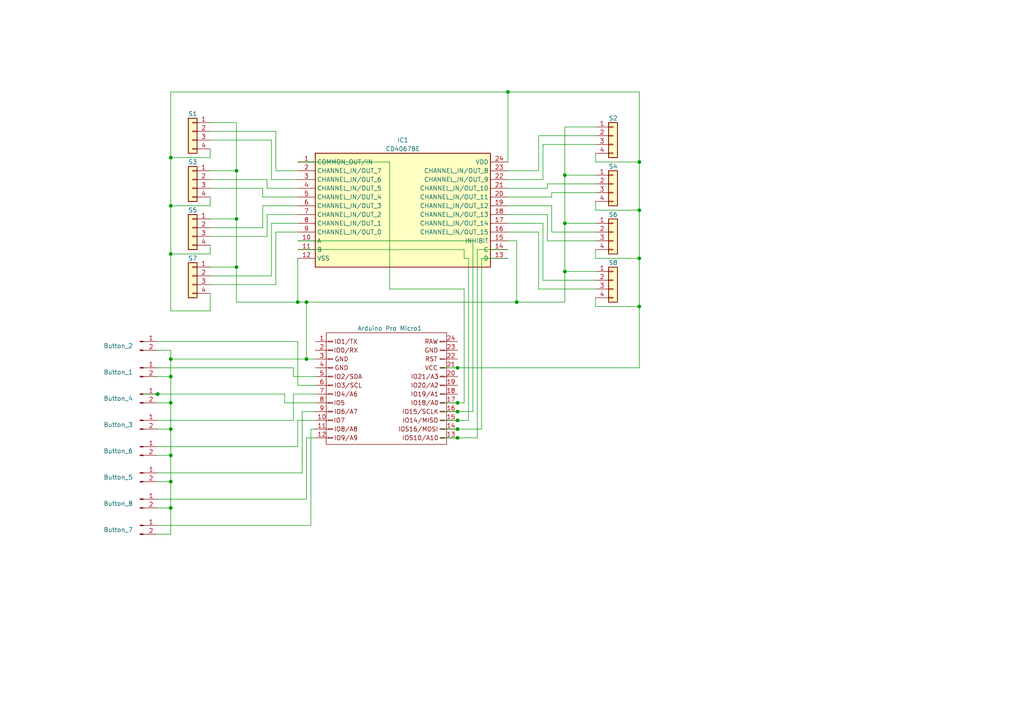
<source format=kicad_sch>
(kicad_sch (version 20230121) (generator eeschema)

  (uuid 60332dce-fb92-428e-8a83-79b83f79407e)

  (paper "A4")

  (lib_symbols
    (symbol "Conn_01x04_1" (pin_names (offset 1.016) hide) (in_bom yes) (on_board yes)
      (property "Reference" "J13" (at 0 -10.16 0)
        (effects (font (size 1.27 1.27)) hide)
      )
      (property "Value" "Sensors 1" (at 0 -7.62 0)
        (effects (font (size 1.27 1.27)))
      )
      (property "Footprint" "Connector_PinHeader_2.54mm:PinHeader_1x04_P2.54mm_Vertical" (at 1.27 6.35 0)
        (effects (font (size 1.27 1.27)) hide)
      )
      (property "Datasheet" "" (at 0 0 0)
        (effects (font (size 1.27 1.27)) hide)
      )
      (property "ki_keywords" "connector" (at 0 0 0)
        (effects (font (size 1.27 1.27)) hide)
      )
      (property "ki_description" "Generic connector, single row, 01x04, script generated (kicad-library-utils/schlib/autogen/connector/)" (at 0 0 0)
        (effects (font (size 1.27 1.27)) hide)
      )
      (property "ki_fp_filters" "Connector*:*_1x??_*" (at 0 0 0)
        (effects (font (size 1.27 1.27)) hide)
      )
      (symbol "Conn_01x04_1_1_1"
        (rectangle (start -1.27 -4.953) (end 0 -5.207)
          (stroke (width 0.1524) (type default))
          (fill (type none))
        )
        (rectangle (start -1.27 -2.413) (end 0 -2.667)
          (stroke (width 0.1524) (type default))
          (fill (type none))
        )
        (rectangle (start -1.27 0.127) (end 0 -0.127)
          (stroke (width 0.1524) (type default))
          (fill (type none))
        )
        (rectangle (start -1.27 2.667) (end 0 2.413)
          (stroke (width 0.1524) (type default))
          (fill (type none))
        )
        (rectangle (start -1.27 3.81) (end 1.27 -6.35)
          (stroke (width 0.254) (type default))
          (fill (type background))
        )
        (pin passive line (at -5.08 -5.08 0) (length 3.81)
          (name "Pin_4" (effects (font (size 1.27 1.27))))
          (number "1" (effects (font (size 1.27 1.27))))
        )
        (pin passive line (at -5.08 -2.54 0) (length 3.81)
          (name "Pin_3" (effects (font (size 1.27 1.27))))
          (number "2" (effects (font (size 1.27 1.27))))
        )
        (pin passive line (at -5.08 0 0) (length 3.81)
          (name "Pin_2" (effects (font (size 1.27 1.27))))
          (number "3" (effects (font (size 1.27 1.27))))
        )
        (pin passive line (at -5.08 2.54 0) (length 3.81)
          (name "Pin_1" (effects (font (size 1.27 1.27))))
          (number "4" (effects (font (size 1.27 1.27))))
        )
      )
    )
    (symbol "Connector:Conn_01x02_Pin" (pin_names (offset 1.016) hide) (in_bom yes) (on_board yes)
      (property "Reference" "J" (at 0 2.54 0)
        (effects (font (size 1.27 1.27)))
      )
      (property "Value" "Conn_01x02_Pin" (at 0 -5.08 0)
        (effects (font (size 1.27 1.27)))
      )
      (property "Footprint" "" (at 0 0 0)
        (effects (font (size 1.27 1.27)) hide)
      )
      (property "Datasheet" "~" (at 0 0 0)
        (effects (font (size 1.27 1.27)) hide)
      )
      (property "ki_locked" "" (at 0 0 0)
        (effects (font (size 1.27 1.27)))
      )
      (property "ki_keywords" "connector" (at 0 0 0)
        (effects (font (size 1.27 1.27)) hide)
      )
      (property "ki_description" "Generic connector, single row, 01x02, script generated" (at 0 0 0)
        (effects (font (size 1.27 1.27)) hide)
      )
      (property "ki_fp_filters" "Connector*:*_1x??_*" (at 0 0 0)
        (effects (font (size 1.27 1.27)) hide)
      )
      (symbol "Conn_01x02_Pin_1_1"
        (polyline
          (pts
            (xy 1.27 -2.54)
            (xy 0.8636 -2.54)
          )
          (stroke (width 0.1524) (type default))
          (fill (type none))
        )
        (polyline
          (pts
            (xy 1.27 0)
            (xy 0.8636 0)
          )
          (stroke (width 0.1524) (type default))
          (fill (type none))
        )
        (rectangle (start 0.8636 -2.413) (end 0 -2.667)
          (stroke (width 0.1524) (type default))
          (fill (type outline))
        )
        (rectangle (start 0.8636 0.127) (end 0 -0.127)
          (stroke (width 0.1524) (type default))
          (fill (type outline))
        )
        (pin passive line (at 5.08 0 180) (length 3.81)
          (name "Pin_1" (effects (font (size 1.27 1.27))))
          (number "1" (effects (font (size 1.27 1.27))))
        )
        (pin passive line (at 5.08 -2.54 180) (length 3.81)
          (name "Pin_2" (effects (font (size 1.27 1.27))))
          (number "2" (effects (font (size 1.27 1.27))))
        )
      )
    )
    (symbol "Connector_Generic:Conn_01x04" (pin_names (offset 1.016) hide) (in_bom yes) (on_board yes)
      (property "Reference" "J13" (at 0 -10.16 0)
        (effects (font (size 1.27 1.27)) hide)
      )
      (property "Value" "Sensors1" (at 0 -7.62 0)
        (effects (font (size 1.27 1.27)))
      )
      (property "Footprint" "Connector_PinHeader_2.54mm:PinHeader_1x04_P2.54mm_Vertical" (at 1.27 6.35 0)
        (effects (font (size 1.27 1.27)) hide)
      )
      (property "Datasheet" "" (at 0 0 0)
        (effects (font (size 1.27 1.27)) hide)
      )
      (property "ki_keywords" "connector" (at 0 0 0)
        (effects (font (size 1.27 1.27)) hide)
      )
      (property "ki_description" "Generic connector, single row, 01x04, script generated (kicad-library-utils/schlib/autogen/connector/)" (at 0 0 0)
        (effects (font (size 1.27 1.27)) hide)
      )
      (property "ki_fp_filters" "Connector*:*_1x??_*" (at 0 0 0)
        (effects (font (size 1.27 1.27)) hide)
      )
      (symbol "Conn_01x04_1_1"
        (rectangle (start -1.27 -4.953) (end 0 -5.207)
          (stroke (width 0.1524) (type default))
          (fill (type none))
        )
        (rectangle (start -1.27 -2.413) (end 0 -2.667)
          (stroke (width 0.1524) (type default))
          (fill (type none))
        )
        (rectangle (start -1.27 0.127) (end 0 -0.127)
          (stroke (width 0.1524) (type default))
          (fill (type none))
        )
        (rectangle (start -1.27 2.667) (end 0 2.413)
          (stroke (width 0.1524) (type default))
          (fill (type none))
        )
        (rectangle (start -1.27 3.81) (end 1.27 -6.35)
          (stroke (width 0.254) (type default))
          (fill (type background))
        )
        (pin passive line (at -5.08 2.54 0) (length 3.81)
          (name "Pin_1" (effects (font (size 1.27 1.27))))
          (number "1" (effects (font (size 1.27 1.27))))
        )
        (pin passive line (at -5.08 0 0) (length 3.81)
          (name "Pin_2" (effects (font (size 1.27 1.27))))
          (number "2" (effects (font (size 1.27 1.27))))
        )
        (pin passive line (at -5.08 -2.54 0) (length 3.81)
          (name "Pin_3" (effects (font (size 1.27 1.27))))
          (number "3" (effects (font (size 1.27 1.27))))
        )
        (pin passive line (at -5.08 -5.08 0) (length 3.81)
          (name "Pin_4" (effects (font (size 1.27 1.27))))
          (number "4" (effects (font (size 1.27 1.27))))
        )
      )
    )
    (symbol "Connector_Generic:Conn_02x12_Counter_Clockwise" (pin_names (offset 1.016) hide) (in_bom yes) (on_board yes)
      (property "Reference" "J1" (at 17.78 19.05 0)
        (effects (font (size 1.27 1.27)))
      )
      (property "Value" "Arduino Pro Micro" (at 17.78 16.51 0)
        (effects (font (size 1.27 1.27)))
      )
      (property "Footprint" "" (at 0 0 0)
        (effects (font (size 1.27 1.27)) hide)
      )
      (property "Datasheet" "~" (at 0 0 0)
        (effects (font (size 1.27 1.27)) hide)
      )
      (property "ki_keywords" "connector" (at 0 0 0)
        (effects (font (size 1.27 1.27)) hide)
      )
      (property "ki_description" "Generic connector, double row, 02x12, counter clockwise pin numbering scheme (similar to DIP package numbering), script generated (kicad-library-utils/schlib/autogen/connector/)" (at 0 0 0)
        (effects (font (size 1.27 1.27)) hide)
      )
      (property "ki_fp_filters" "Connector*:*_2x??_*" (at 0 0 0)
        (effects (font (size 1.27 1.27)) hide)
      )
      (symbol "Conn_02x12_Counter_Clockwise_0_1"
        (rectangle (start -1.905 15.24) (end 33.02 -17.145)
          (stroke (width 0) (type default))
          (fill (type none))
        )
      )
      (symbol "Conn_02x12_Counter_Clockwise_1_1"
        (rectangle (start -1.27 -15.113) (end 0 -15.367)
          (stroke (width 0.1524) (type default))
          (fill (type none))
        )
        (rectangle (start -1.27 -12.573) (end 0 -12.827)
          (stroke (width 0.1524) (type default))
          (fill (type none))
        )
        (rectangle (start -1.27 -10.033) (end 0 -10.287)
          (stroke (width 0.1524) (type default))
          (fill (type none))
        )
        (rectangle (start -1.27 -7.493) (end 0 -7.747)
          (stroke (width 0.1524) (type default))
          (fill (type none))
        )
        (rectangle (start -1.27 -4.953) (end 0 -5.207)
          (stroke (width 0.1524) (type default))
          (fill (type none))
        )
        (rectangle (start -1.27 -2.413) (end 0 -2.667)
          (stroke (width 0.1524) (type default))
          (fill (type none))
        )
        (rectangle (start -1.27 0.127) (end 0 -0.127)
          (stroke (width 0.1524) (type default))
          (fill (type none))
        )
        (rectangle (start -1.27 2.667) (end 0 2.413)
          (stroke (width 0.1524) (type default))
          (fill (type none))
        )
        (rectangle (start -1.27 5.207) (end 0 4.953)
          (stroke (width 0.1524) (type default))
          (fill (type none))
        )
        (rectangle (start -1.27 7.747) (end 0 7.493)
          (stroke (width 0.1524) (type default))
          (fill (type none))
        )
        (rectangle (start -1.27 10.287) (end 0 10.033)
          (stroke (width 0.1524) (type default))
          (fill (type none))
        )
        (rectangle (start -1.27 12.827) (end 0 12.573)
          (stroke (width 0.1524) (type default))
          (fill (type none))
        )
        (rectangle (start 32.385 -15.113) (end 31.115 -15.367)
          (stroke (width 0.1524) (type default))
          (fill (type none))
        )
        (rectangle (start 32.385 -12.573) (end 31.115 -12.827)
          (stroke (width 0.1524) (type default))
          (fill (type none))
        )
        (rectangle (start 32.385 -10.033) (end 31.115 -10.287)
          (stroke (width 0.1524) (type default))
          (fill (type none))
        )
        (rectangle (start 32.385 -7.493) (end 31.115 -7.747)
          (stroke (width 0.1524) (type default))
          (fill (type none))
        )
        (rectangle (start 32.385 -4.953) (end 31.115 -5.207)
          (stroke (width 0.1524) (type default))
          (fill (type none))
        )
        (rectangle (start 32.385 -2.413) (end 31.115 -2.667)
          (stroke (width 0.1524) (type default))
          (fill (type none))
        )
        (rectangle (start 32.385 0.127) (end 31.115 -0.127)
          (stroke (width 0.1524) (type default))
          (fill (type none))
        )
        (rectangle (start 32.385 2.667) (end 31.115 2.413)
          (stroke (width 0.1524) (type default))
          (fill (type none))
        )
        (rectangle (start 32.385 5.207) (end 31.115 4.953)
          (stroke (width 0.1524) (type default))
          (fill (type none))
        )
        (rectangle (start 32.385 7.747) (end 31.115 7.493)
          (stroke (width 0.1524) (type default))
          (fill (type none))
        )
        (rectangle (start 32.385 10.287) (end 31.115 10.033)
          (stroke (width 0.1524) (type default))
          (fill (type none))
        )
        (rectangle (start 32.385 12.827) (end 31.115 12.573)
          (stroke (width 0.1524) (type default))
          (fill (type none))
        )
        (text "GND" (at 2.54 5.08 0)
          (effects (font (size 1.27 1.27)))
        )
        (text "GND" (at 2.54 7.62 0)
          (effects (font (size 1.27 1.27)))
        )
        (text "GND" (at 28.575 10.16 0)
          (effects (font (size 1.27 1.27)))
        )
        (text "IO0/RX" (at 3.81 10.16 0)
          (effects (font (size 1.27 1.27)))
        )
        (text "IO1/TX" (at 3.81 12.7 0)
          (effects (font (size 1.27 1.27)))
        )
        (text "IO14/MISO" (at 25.4 -10.16 0)
          (effects (font (size 1.27 1.27)))
        )
        (text "IO15/SCLK" (at 25.4 -7.62 0)
          (effects (font (size 1.27 1.27)))
        )
        (text "IO18/A0" (at 26.67 -5.08 0)
          (effects (font (size 1.27 1.27)))
        )
        (text "IO19/A1" (at 26.67 -2.54 0)
          (effects (font (size 1.27 1.27)))
        )
        (text "IO2/SDA" (at 4.445 2.54 0)
          (effects (font (size 1.27 1.27)))
        )
        (text "IO20/A2" (at 26.67 0 0)
          (effects (font (size 1.27 1.27)))
        )
        (text "IO21/A3" (at 26.67 2.54 0)
          (effects (font (size 1.27 1.27)))
        )
        (text "IO3/SCL" (at 4.445 0 0)
          (effects (font (size 1.27 1.27)))
        )
        (text "IO4/A6" (at 3.81 -2.54 0)
          (effects (font (size 1.27 1.27)))
        )
        (text "IO5" (at 1.905 -5.08 0)
          (effects (font (size 1.27 1.27)))
        )
        (text "IO6/A7" (at 3.81 -7.62 0)
          (effects (font (size 1.27 1.27)))
        )
        (text "IO7" (at 1.905 -10.16 0)
          (effects (font (size 1.27 1.27)))
        )
        (text "IO8/A8" (at 3.81 -12.7 0)
          (effects (font (size 1.27 1.27)))
        )
        (text "IO9/A9" (at 3.81 -15.24 0)
          (effects (font (size 1.27 1.27)))
        )
        (text "IOS10/A10" (at 25.4 -15.24 0)
          (effects (font (size 1.27 1.27)))
        )
        (text "IOS16/MOSI" (at 24.765 -12.7 0)
          (effects (font (size 1.27 1.27)))
        )
        (text "RAW" (at 28.575 12.7 0)
          (effects (font (size 1.27 1.27)))
        )
        (text "RST" (at 28.575 7.62 0)
          (effects (font (size 1.27 1.27)))
        )
        (text "VCC" (at 28.575 5.08 0)
          (effects (font (size 1.27 1.27)))
        )
        (pin passive line (at -5.08 12.7 0) (length 3.81)
          (name "Pin_1" (effects (font (size 1.27 1.27))))
          (number "1" (effects (font (size 1.27 1.27))))
        )
        (pin passive line (at -5.08 -10.16 0) (length 3.81)
          (name "Pin_10" (effects (font (size 1.27 1.27))))
          (number "10" (effects (font (size 1.27 1.27))))
        )
        (pin passive line (at -5.08 -12.7 0) (length 3.81)
          (name "Pin_11" (effects (font (size 1.27 1.27))))
          (number "11" (effects (font (size 1.27 1.27))))
        )
        (pin passive line (at -5.08 -15.24 0) (length 3.81)
          (name "Pin_12" (effects (font (size 1.27 1.27))))
          (number "12" (effects (font (size 1.27 1.27))))
        )
        (pin passive line (at 36.195 -15.24 180) (length 3.81)
          (name "Pin_13" (effects (font (size 1.27 1.27))))
          (number "13" (effects (font (size 1.27 1.27))))
        )
        (pin passive line (at 36.195 -12.7 180) (length 3.81)
          (name "Pin_14" (effects (font (size 1.27 1.27))))
          (number "14" (effects (font (size 1.27 1.27))))
        )
        (pin passive line (at 36.195 -10.16 180) (length 3.81)
          (name "Pin_15" (effects (font (size 1.27 1.27))))
          (number "15" (effects (font (size 1.27 1.27))))
        )
        (pin passive line (at 36.195 -7.62 180) (length 3.81)
          (name "Pin_16" (effects (font (size 1.27 1.27))))
          (number "16" (effects (font (size 1.27 1.27))))
        )
        (pin passive line (at 36.195 -5.08 180) (length 3.81)
          (name "Pin_17" (effects (font (size 1.27 1.27))))
          (number "17" (effects (font (size 1.27 1.27))))
        )
        (pin passive line (at 36.195 -2.54 180) (length 3.81)
          (name "Pin_18" (effects (font (size 1.27 1.27))))
          (number "18" (effects (font (size 1.27 1.27))))
        )
        (pin passive line (at 36.195 0 180) (length 3.81)
          (name "Pin_19" (effects (font (size 1.27 1.27))))
          (number "19" (effects (font (size 1.27 1.27))))
        )
        (pin passive line (at -5.08 10.16 0) (length 3.81)
          (name "Pin_2" (effects (font (size 1.27 1.27))))
          (number "2" (effects (font (size 1.27 1.27))))
        )
        (pin passive line (at 36.195 2.54 180) (length 3.81)
          (name "Pin_20" (effects (font (size 1.27 1.27))))
          (number "20" (effects (font (size 1.27 1.27))))
        )
        (pin passive line (at 36.195 5.08 180) (length 3.81)
          (name "Pin_21" (effects (font (size 1.27 1.27))))
          (number "21" (effects (font (size 1.27 1.27))))
        )
        (pin passive line (at 36.195 7.62 180) (length 3.81)
          (name "Pin_22" (effects (font (size 1.27 1.27))))
          (number "22" (effects (font (size 1.27 1.27))))
        )
        (pin passive line (at 36.195 10.16 180) (length 3.81)
          (name "Pin_23" (effects (font (size 1.27 1.27))))
          (number "23" (effects (font (size 1.27 1.27))))
        )
        (pin passive line (at 36.195 12.7 180) (length 3.81)
          (name "Pin_24" (effects (font (size 1.27 1.27))))
          (number "24" (effects (font (size 1.27 1.27))))
        )
        (pin passive line (at -5.08 7.62 0) (length 3.81)
          (name "Pin_3" (effects (font (size 1.27 1.27))))
          (number "3" (effects (font (size 1.27 1.27))))
        )
        (pin passive line (at -5.08 5.08 0) (length 3.81)
          (name "Pin_4" (effects (font (size 1.27 1.27))))
          (number "4" (effects (font (size 1.27 1.27))))
        )
        (pin passive line (at -5.08 2.54 0) (length 3.81)
          (name "Pin_5" (effects (font (size 1.27 1.27))))
          (number "5" (effects (font (size 1.27 1.27))))
        )
        (pin passive line (at -5.08 0 0) (length 3.81)
          (name "Pin_6" (effects (font (size 1.27 1.27))))
          (number "6" (effects (font (size 1.27 1.27))))
        )
        (pin passive line (at -5.08 -2.54 0) (length 3.81)
          (name "Pin_7" (effects (font (size 1.27 1.27))))
          (number "7" (effects (font (size 1.27 1.27))))
        )
        (pin passive line (at -5.08 -5.08 0) (length 3.81)
          (name "Pin_8" (effects (font (size 1.27 1.27))))
          (number "8" (effects (font (size 1.27 1.27))))
        )
        (pin passive line (at -5.08 -7.62 0) (length 3.81)
          (name "Pin_9" (effects (font (size 1.27 1.27))))
          (number "9" (effects (font (size 1.27 1.27))))
        )
      )
    )
    (symbol "SamacSys_Parts:CD4067BE" (in_bom yes) (on_board yes)
      (property "Reference" "IC" (at 57.15 7.62 0)
        (effects (font (size 1.27 1.27)) (justify left top))
      )
      (property "Value" "CD4067BE" (at 57.15 5.08 0)
        (effects (font (size 1.27 1.27)) (justify left top))
      )
      (property "Footprint" "DIP1542W56P254L3175H491Q24N" (at 57.15 -94.92 0)
        (effects (font (size 1.27 1.27)) (justify left top) hide)
      )
      (property "Datasheet" "http://componentsearchengine.com/Datasheets/1/CD4067BE.pdf" (at 57.15 -194.92 0)
        (effects (font (size 1.27 1.27)) (justify left top) hide)
      )
      (property "Height" "4.91" (at 57.15 -394.92 0)
        (effects (font (size 1.27 1.27)) (justify left top) hide)
      )
      (property "Manufacturer_Name" "Texas Instruments" (at 57.15 -494.92 0)
        (effects (font (size 1.27 1.27)) (justify left top) hide)
      )
      (property "Manufacturer_Part_Number" "CD4067BE" (at 57.15 -594.92 0)
        (effects (font (size 1.27 1.27)) (justify left top) hide)
      )
      (property "Mouser Part Number" "595-CD4067BE" (at 57.15 -694.92 0)
        (effects (font (size 1.27 1.27)) (justify left top) hide)
      )
      (property "Mouser Price/Stock" "https://www.mouser.co.uk/ProductDetail/Texas-Instruments/CD4067BE?qs=WzgTT80quPFsW71D8TtzRA%3D%3D" (at 57.15 -794.92 0)
        (effects (font (size 1.27 1.27)) (justify left top) hide)
      )
      (property "Arrow Part Number" "CD4067BE" (at 57.15 -894.92 0)
        (effects (font (size 1.27 1.27)) (justify left top) hide)
      )
      (property "Arrow Price/Stock" "https://www.arrow.com/en/products/cd4067be/texas-instruments" (at 57.15 -994.92 0)
        (effects (font (size 1.27 1.27)) (justify left top) hide)
      )
      (property "ki_description" "MULTIPLEXERS AND DEMULTIPLEXERS" (at 0 0 0)
        (effects (font (size 1.27 1.27)) hide)
      )
      (symbol "CD4067BE_1_1"
        (rectangle (start 5.08 2.54) (end 55.88 -30.48)
          (stroke (width 0.254) (type default))
          (fill (type background))
        )
        (pin passive line (at 0 0 0) (length 5.08)
          (name "COMMON_OUT/IN" (effects (font (size 1.27 1.27))))
          (number "1" (effects (font (size 1.27 1.27))))
        )
        (pin passive line (at 0 -22.86 0) (length 5.08)
          (name "A" (effects (font (size 1.27 1.27))))
          (number "10" (effects (font (size 1.27 1.27))))
        )
        (pin passive line (at 0 -25.4 0) (length 5.08)
          (name "B" (effects (font (size 1.27 1.27))))
          (number "11" (effects (font (size 1.27 1.27))))
        )
        (pin passive line (at 0 -27.94 0) (length 5.08)
          (name "VSS" (effects (font (size 1.27 1.27))))
          (number "12" (effects (font (size 1.27 1.27))))
        )
        (pin passive line (at 60.96 -27.94 180) (length 5.08)
          (name "D" (effects (font (size 1.27 1.27))))
          (number "13" (effects (font (size 1.27 1.27))))
        )
        (pin passive line (at 60.96 -25.4 180) (length 5.08)
          (name "C" (effects (font (size 1.27 1.27))))
          (number "14" (effects (font (size 1.27 1.27))))
        )
        (pin passive line (at 60.96 -22.86 180) (length 5.08)
          (name "INHIBIT" (effects (font (size 1.27 1.27))))
          (number "15" (effects (font (size 1.27 1.27))))
        )
        (pin passive line (at 60.96 -20.32 180) (length 5.08)
          (name "CHANNEL_IN/OUT_15" (effects (font (size 1.27 1.27))))
          (number "16" (effects (font (size 1.27 1.27))))
        )
        (pin passive line (at 60.96 -17.78 180) (length 5.08)
          (name "CHANNEL_IN/OUT_14" (effects (font (size 1.27 1.27))))
          (number "17" (effects (font (size 1.27 1.27))))
        )
        (pin passive line (at 60.96 -15.24 180) (length 5.08)
          (name "CHANNEL_IN/OUT_13" (effects (font (size 1.27 1.27))))
          (number "18" (effects (font (size 1.27 1.27))))
        )
        (pin passive line (at 60.96 -12.7 180) (length 5.08)
          (name "CHANNEL_IN/OUT_12" (effects (font (size 1.27 1.27))))
          (number "19" (effects (font (size 1.27 1.27))))
        )
        (pin passive line (at 0 -2.54 0) (length 5.08)
          (name "CHANNEL_IN/OUT_7" (effects (font (size 1.27 1.27))))
          (number "2" (effects (font (size 1.27 1.27))))
        )
        (pin passive line (at 60.96 -10.16 180) (length 5.08)
          (name "CHANNEL_IN/OUT_11" (effects (font (size 1.27 1.27))))
          (number "20" (effects (font (size 1.27 1.27))))
        )
        (pin passive line (at 60.96 -7.62 180) (length 5.08)
          (name "CHANNEL_IN/OUT_10" (effects (font (size 1.27 1.27))))
          (number "21" (effects (font (size 1.27 1.27))))
        )
        (pin passive line (at 60.96 -5.08 180) (length 5.08)
          (name "CHANNEL_IN/OUT_9" (effects (font (size 1.27 1.27))))
          (number "22" (effects (font (size 1.27 1.27))))
        )
        (pin passive line (at 60.96 -2.54 180) (length 5.08)
          (name "CHANNEL_IN/OUT_8" (effects (font (size 1.27 1.27))))
          (number "23" (effects (font (size 1.27 1.27))))
        )
        (pin passive line (at 60.96 0 180) (length 5.08)
          (name "VDD" (effects (font (size 1.27 1.27))))
          (number "24" (effects (font (size 1.27 1.27))))
        )
        (pin passive line (at 0 -5.08 0) (length 5.08)
          (name "CHANNEL_IN/OUT_6" (effects (font (size 1.27 1.27))))
          (number "3" (effects (font (size 1.27 1.27))))
        )
        (pin passive line (at 0 -7.62 0) (length 5.08)
          (name "CHANNEL_IN/OUT_5" (effects (font (size 1.27 1.27))))
          (number "4" (effects (font (size 1.27 1.27))))
        )
        (pin passive line (at 0 -10.16 0) (length 5.08)
          (name "CHANNEL_IN/OUT_4" (effects (font (size 1.27 1.27))))
          (number "5" (effects (font (size 1.27 1.27))))
        )
        (pin passive line (at 0 -12.7 0) (length 5.08)
          (name "CHANNEL_IN/OUT_3" (effects (font (size 1.27 1.27))))
          (number "6" (effects (font (size 1.27 1.27))))
        )
        (pin passive line (at 0 -15.24 0) (length 5.08)
          (name "CHANNEL_IN/OUT_2" (effects (font (size 1.27 1.27))))
          (number "7" (effects (font (size 1.27 1.27))))
        )
        (pin passive line (at 0 -17.78 0) (length 5.08)
          (name "CHANNEL_IN/OUT_1" (effects (font (size 1.27 1.27))))
          (number "8" (effects (font (size 1.27 1.27))))
        )
        (pin passive line (at 0 -20.32 0) (length 5.08)
          (name "CHANNEL_IN/OUT_0" (effects (font (size 1.27 1.27))))
          (number "9" (effects (font (size 1.27 1.27))))
        )
      )
    )
  )

  (junction (at 185.42 46.99) (diameter 0) (color 0 0 0 0)
    (uuid 01182e02-3a72-47e8-bb3b-5ebad60156f0)
  )
  (junction (at 88.9 87.63) (diameter 0) (color 0 0 0 0)
    (uuid 099de41f-7785-4eb4-bcd6-818cade45c45)
  )
  (junction (at 149.86 87.63) (diameter 0) (color 0 0 0 0)
    (uuid 0ee5991f-ee22-457b-b8a3-713b1f1c3ce1)
  )
  (junction (at 49.53 109.22) (diameter 0) (color 0 0 0 0)
    (uuid 13586058-fb0c-430d-956f-ac612a36703d)
  )
  (junction (at 132.715 124.46) (diameter 0) (color 0 0 0 0)
    (uuid 20e2b885-eece-49f8-93ae-ed72353af0b3)
  )
  (junction (at 185.42 88.9) (diameter 0) (color 0 0 0 0)
    (uuid 228110a6-0dc6-4fb2-8e65-d4e1ecc9e43d)
  )
  (junction (at 49.53 73.66) (diameter 0) (color 0 0 0 0)
    (uuid 23870141-5f01-4ec5-8519-3b6326752a4b)
  )
  (junction (at 49.53 139.7) (diameter 0) (color 0 0 0 0)
    (uuid 2ff73717-3394-4b4c-9bf5-5992e18ffd05)
  )
  (junction (at 49.53 45.72) (diameter 0) (color 0 0 0 0)
    (uuid 3438e094-8790-4d34-85c5-4cd97362787f)
  )
  (junction (at 49.53 132.08) (diameter 0) (color 0 0 0 0)
    (uuid 391a9fcb-18b4-4bc6-8dbf-8011ad99d72f)
  )
  (junction (at 49.53 116.84) (diameter 0) (color 0 0 0 0)
    (uuid 3f9b23f6-648d-46d2-9e6f-e2f621476875)
  )
  (junction (at 68.58 49.53) (diameter 0) (color 0 0 0 0)
    (uuid 43a6a207-c726-4e2b-8a7a-f1af1e412214)
  )
  (junction (at 68.58 77.47) (diameter 0) (color 0 0 0 0)
    (uuid 4b81a843-0265-4833-bd60-afd022e3cb41)
  )
  (junction (at 132.715 127) (diameter 0) (color 0 0 0 0)
    (uuid 4decdd78-7a23-46fd-981e-5d63860d9890)
  )
  (junction (at 49.53 59.69) (diameter 0) (color 0 0 0 0)
    (uuid 67f90d16-8b6f-4dda-9140-323d9befd1b5)
  )
  (junction (at 163.83 50.8) (diameter 0) (color 0 0 0 0)
    (uuid 6b6160eb-c184-4c13-86a6-1afa1bbf9e72)
  )
  (junction (at 49.53 104.14) (diameter 0) (color 0 0 0 0)
    (uuid 6f4e76dd-148b-41c6-941d-812cfaa1129f)
  )
  (junction (at 147.32 26.67) (diameter 0) (color 0 0 0 0)
    (uuid 73d5a103-0926-4dff-b2b4-ef14028ee323)
  )
  (junction (at 132.715 121.92) (diameter 0) (color 0 0 0 0)
    (uuid 748d1d48-f1f5-44ff-a74f-bd6d8af001a7)
  )
  (junction (at 163.83 64.77) (diameter 0) (color 0 0 0 0)
    (uuid 7ccebaf5-5608-4354-aa73-2e35a69e7a48)
  )
  (junction (at 185.42 60.96) (diameter 0) (color 0 0 0 0)
    (uuid 81e2d777-c02a-4e36-b51a-74b55742d591)
  )
  (junction (at 132.715 119.38) (diameter 0) (color 0 0 0 0)
    (uuid 8aac9350-b3a1-4126-89a3-fddcfac01109)
  )
  (junction (at 49.53 124.46) (diameter 0) (color 0 0 0 0)
    (uuid 9bdb4978-f6e1-4ece-a590-5335833c4afc)
  )
  (junction (at 86.36 87.63) (diameter 0) (color 0 0 0 0)
    (uuid 9d49a7df-6480-4823-a92c-c61e60cf7fde)
  )
  (junction (at 185.42 74.93) (diameter 0) (color 0 0 0 0)
    (uuid a0f54c54-86cd-4728-b08e-9433257e0798)
  )
  (junction (at 132.715 116.84) (diameter 0) (color 0 0 0 0)
    (uuid a4671baa-457f-41ae-8a4e-274086dc41b2)
  )
  (junction (at 132.715 106.68) (diameter 0) (color 0 0 0 0)
    (uuid a942a276-d453-4222-bd30-09e332408833)
  )
  (junction (at 68.58 63.5) (diameter 0) (color 0 0 0 0)
    (uuid b6a24cd2-b39b-4377-8223-27d3ee0a32a8)
  )
  (junction (at 49.53 147.32) (diameter 0) (color 0 0 0 0)
    (uuid bd0933ba-57ab-4b68-b6a4-18d8e8f445c3)
  )
  (junction (at 88.9 104.14) (diameter 0) (color 0 0 0 0)
    (uuid ca708572-3c8a-4a24-b65c-37fbf81e7ffc)
  )
  (junction (at 45.72 114.3) (diameter 0) (color 0 0 0 0)
    (uuid da58d511-b3ff-4ffa-8d3f-cd8f8360ce99)
  )
  (junction (at 163.83 78.74) (diameter 0) (color 0 0 0 0)
    (uuid ee4005df-d694-4808-8349-a52672df6c83)
  )

  (wire (pts (xy 49.53 26.67) (xy 49.53 45.72))
    (stroke (width 0) (type default))
    (uuid 0010a69f-00e7-42a6-807a-d40ac9b9ea14)
  )
  (wire (pts (xy 132.715 106.68) (xy 185.42 106.68))
    (stroke (width 0) (type default))
    (uuid 01723e99-aee6-4837-ae54-c9630af23dbb)
  )
  (wire (pts (xy 80.01 67.31) (xy 86.36 67.31))
    (stroke (width 0) (type default))
    (uuid 028ac300-24b2-44d1-8fee-5326ff8cac7f)
  )
  (wire (pts (xy 45.72 109.22) (xy 49.53 109.22))
    (stroke (width 0) (type default))
    (uuid 032077be-d90d-4b23-a769-f1e45ff02de4)
  )
  (wire (pts (xy 86.36 99.06) (xy 86.36 111.76))
    (stroke (width 0) (type default))
    (uuid 04328c7b-bc14-4038-9235-c998bb03f82a)
  )
  (wire (pts (xy 60.96 43.18) (xy 60.96 45.72))
    (stroke (width 0) (type default))
    (uuid 050eff7c-b865-4aab-94bd-6a9e4a6e360d)
  )
  (wire (pts (xy 78.74 80.01) (xy 78.74 64.77))
    (stroke (width 0) (type default))
    (uuid 0652638e-f12b-49dd-a25e-7cf4987cc98c)
  )
  (wire (pts (xy 60.96 54.61) (xy 76.2 54.61))
    (stroke (width 0) (type default))
    (uuid 07f33aeb-a227-4aa1-8964-bbfac376370b)
  )
  (wire (pts (xy 163.83 64.77) (xy 163.83 50.8))
    (stroke (width 0) (type default))
    (uuid 08e5f6fa-1553-42b0-a400-4cc573283f88)
  )
  (wire (pts (xy 85.09 109.22) (xy 91.44 109.22))
    (stroke (width 0) (type default))
    (uuid 09082b83-03cd-48f2-b13c-a0894aaf1100)
  )
  (wire (pts (xy 156.21 67.31) (xy 147.32 67.31))
    (stroke (width 0) (type default))
    (uuid 0a32bad2-bff3-4449-ac7c-90b2cf485bdf)
  )
  (wire (pts (xy 113.03 46.99) (xy 86.36 46.99))
    (stroke (width 0) (type default))
    (uuid 0b8f48f9-d010-44fd-aa52-79cfd8336c1b)
  )
  (wire (pts (xy 156.21 83.82) (xy 156.21 67.31))
    (stroke (width 0) (type default))
    (uuid 0c68c154-0b7f-4935-a321-e17297c86000)
  )
  (wire (pts (xy 163.83 78.74) (xy 172.72 78.74))
    (stroke (width 0) (type default))
    (uuid 0e1c1e19-ebcc-4163-936c-cc5cd56eb86c)
  )
  (wire (pts (xy 134.62 116.84) (xy 134.62 83.82))
    (stroke (width 0) (type default))
    (uuid 0f2c8a4c-9163-4b7e-8e4d-784f868c3f64)
  )
  (wire (pts (xy 135.89 121.92) (xy 135.89 74.93))
    (stroke (width 0) (type default))
    (uuid 11949cef-b399-40f6-be07-8c09ed390145)
  )
  (wire (pts (xy 60.96 77.47) (xy 68.58 77.47))
    (stroke (width 0) (type default))
    (uuid 146ea030-689d-4cdb-8fd3-31367ea11ce9)
  )
  (wire (pts (xy 80.01 49.53) (xy 86.36 49.53))
    (stroke (width 0) (type default))
    (uuid 17cc43d2-94b3-4741-937f-fe33321c6cf7)
  )
  (wire (pts (xy 128.27 119.38) (xy 132.715 119.38))
    (stroke (width 0) (type default))
    (uuid 1875667a-2dfb-40b9-b4e8-94922d3a489d)
  )
  (wire (pts (xy 77.47 62.23) (xy 86.36 62.23))
    (stroke (width 0) (type default))
    (uuid 1914bce6-8058-4c4c-99cc-88c35fee42e4)
  )
  (wire (pts (xy 60.96 57.15) (xy 60.96 59.69))
    (stroke (width 0) (type default))
    (uuid 1b977903-898c-4176-a17b-9a7892c74a00)
  )
  (wire (pts (xy 49.53 124.46) (xy 49.53 132.08))
    (stroke (width 0) (type default))
    (uuid 1bec47cc-f759-434d-b07a-51b846eef4ad)
  )
  (wire (pts (xy 172.72 41.91) (xy 157.48 41.91))
    (stroke (width 0) (type default))
    (uuid 1cd21629-6491-4798-8f75-7cdfdedfc61b)
  )
  (wire (pts (xy 185.42 88.9) (xy 185.42 74.93))
    (stroke (width 0) (type default))
    (uuid 1d0cffa3-e1ad-44fe-8f22-80c24e50f077)
  )
  (wire (pts (xy 147.32 26.67) (xy 147.32 46.99))
    (stroke (width 0) (type default))
    (uuid 1e34ec0c-d665-4bf5-88e5-e6cd43abf70d)
  )
  (wire (pts (xy 172.72 60.96) (xy 185.42 60.96))
    (stroke (width 0) (type default))
    (uuid 1ebef1ea-4d3d-486a-805b-69e3ba6c262a)
  )
  (wire (pts (xy 157.48 52.07) (xy 147.32 52.07))
    (stroke (width 0) (type default))
    (uuid 201ed3ab-940e-43f6-ab04-8e4bd9fbe3a0)
  )
  (wire (pts (xy 86.36 129.54) (xy 86.36 121.92))
    (stroke (width 0) (type default))
    (uuid 21eb3101-5367-423b-8fec-c2bfb7029dd4)
  )
  (wire (pts (xy 78.74 52.07) (xy 86.36 52.07))
    (stroke (width 0) (type default))
    (uuid 2375f27a-4208-434b-a96a-b97d01021f64)
  )
  (wire (pts (xy 138.43 72.39) (xy 147.32 72.39))
    (stroke (width 0) (type default))
    (uuid 23e31bb4-a129-457c-bae0-237941e6181a)
  )
  (wire (pts (xy 68.58 63.5) (xy 68.58 77.47))
    (stroke (width 0) (type default))
    (uuid 23e7c48d-c217-42f9-85df-3d8ab5cd0e77)
  )
  (wire (pts (xy 49.53 101.6) (xy 49.53 104.14))
    (stroke (width 0) (type default))
    (uuid 26d0a1ca-54a1-4bbf-8d25-018ce002c285)
  )
  (wire (pts (xy 158.75 53.34) (xy 158.75 54.61))
    (stroke (width 0) (type default))
    (uuid 2c45e143-8ed5-433f-8b0b-eb6ae729d71a)
  )
  (wire (pts (xy 45.72 139.7) (xy 49.53 139.7))
    (stroke (width 0) (type default))
    (uuid 30d13936-fca0-44a7-983d-d31598228f54)
  )
  (wire (pts (xy 172.72 39.37) (xy 156.21 39.37))
    (stroke (width 0) (type default))
    (uuid 3163e8df-57fc-4f2c-a4f7-a198e0f2eb15)
  )
  (wire (pts (xy 45.72 132.08) (xy 49.53 132.08))
    (stroke (width 0) (type default))
    (uuid 338ac5e3-3168-4cbf-a2f3-d1027cc3350d)
  )
  (wire (pts (xy 172.72 74.93) (xy 185.42 74.93))
    (stroke (width 0) (type default))
    (uuid 33a9a74b-b1a4-4048-847e-93c3dec14e34)
  )
  (wire (pts (xy 60.96 63.5) (xy 68.58 63.5))
    (stroke (width 0) (type default))
    (uuid 351d0262-a365-463c-b652-f5d409791f94)
  )
  (wire (pts (xy 172.72 58.42) (xy 172.72 60.96))
    (stroke (width 0) (type default))
    (uuid 35b733d5-4fba-45ac-a5d1-d3c5c40e4c06)
  )
  (wire (pts (xy 49.53 73.66) (xy 49.53 90.17))
    (stroke (width 0) (type default))
    (uuid 388f55ce-1854-4b95-9eb2-556e1e476f54)
  )
  (wire (pts (xy 76.2 59.69) (xy 86.36 59.69))
    (stroke (width 0) (type default))
    (uuid 39f99268-b6b3-4536-815d-d2e2734ff48e)
  )
  (wire (pts (xy 172.72 81.28) (xy 157.48 81.28))
    (stroke (width 0) (type default))
    (uuid 3ab71ef4-5709-4b19-9315-009de6ac1573)
  )
  (wire (pts (xy 172.72 86.36) (xy 172.72 88.9))
    (stroke (width 0) (type default))
    (uuid 3b5384bb-0939-4e9c-ac83-d6861d2a429a)
  )
  (wire (pts (xy 60.96 68.58) (xy 77.47 68.58))
    (stroke (width 0) (type default))
    (uuid 3c5ccc49-abe5-4570-9d27-04fc39f375af)
  )
  (wire (pts (xy 147.32 26.67) (xy 49.53 26.67))
    (stroke (width 0) (type default))
    (uuid 3f06cb2c-ddab-429c-bf16-9e2ae36fa4cf)
  )
  (wire (pts (xy 156.21 49.53) (xy 147.32 49.53))
    (stroke (width 0) (type default))
    (uuid 3fe7e815-b8c1-4231-bac1-894207f53051)
  )
  (wire (pts (xy 49.53 73.66) (xy 60.96 73.66))
    (stroke (width 0) (type default))
    (uuid 3ff62f6e-ae37-42a4-ae8b-f5f2a96df1a4)
  )
  (wire (pts (xy 147.32 69.85) (xy 149.86 69.85))
    (stroke (width 0) (type default))
    (uuid 409df6ed-9ce2-45d6-8037-567253a0646b)
  )
  (wire (pts (xy 88.9 104.14) (xy 91.44 104.14))
    (stroke (width 0) (type default))
    (uuid 435d0785-925f-49db-b1c1-6a64bb4c1b01)
  )
  (wire (pts (xy 77.47 54.61) (xy 86.36 54.61))
    (stroke (width 0) (type default))
    (uuid 4503e312-0289-4b8b-b752-210c4f5da978)
  )
  (wire (pts (xy 68.58 87.63) (xy 86.36 87.63))
    (stroke (width 0) (type default))
    (uuid 45d34bb3-3c78-4b0f-9a14-740d0ee0dcad)
  )
  (wire (pts (xy 128.27 116.84) (xy 132.715 116.84))
    (stroke (width 0) (type default))
    (uuid 480e9107-37e3-47cf-88b4-700015b1152a)
  )
  (wire (pts (xy 49.53 59.69) (xy 49.53 73.66))
    (stroke (width 0) (type default))
    (uuid 4ec107ec-5457-44e9-af64-f5ce4fdd3461)
  )
  (wire (pts (xy 45.72 144.78) (xy 88.9 144.78))
    (stroke (width 0) (type default))
    (uuid 4f91b0f9-c679-4ef2-85d9-76b6bacfd48a)
  )
  (wire (pts (xy 49.53 116.84) (xy 49.53 124.46))
    (stroke (width 0) (type default))
    (uuid 53be7b72-2cfa-493d-8ad1-d43a826dc49c)
  )
  (wire (pts (xy 76.2 54.61) (xy 76.2 57.15))
    (stroke (width 0) (type default))
    (uuid 53ed30a8-9826-4e2d-abb1-396bb6aafacb)
  )
  (wire (pts (xy 172.72 83.82) (xy 156.21 83.82))
    (stroke (width 0) (type default))
    (uuid 54339a8f-c36d-4f03-9902-9fe7f4d77b2e)
  )
  (wire (pts (xy 158.75 54.61) (xy 147.32 54.61))
    (stroke (width 0) (type default))
    (uuid 54983b51-09ab-46fc-b034-ceb3b0ea9488)
  )
  (wire (pts (xy 163.83 50.8) (xy 163.83 36.83))
    (stroke (width 0) (type default))
    (uuid 56d1a55e-d596-41b7-8613-7e0bcc46471d)
  )
  (wire (pts (xy 60.96 45.72) (xy 49.53 45.72))
    (stroke (width 0) (type default))
    (uuid 597f9d7e-027a-49c3-8213-113bcde2ddbb)
  )
  (wire (pts (xy 132.715 119.38) (xy 137.16 119.38))
    (stroke (width 0) (type default))
    (uuid 5a800424-4464-420f-b10a-a34ffb824779)
  )
  (wire (pts (xy 172.72 72.39) (xy 172.72 74.93))
    (stroke (width 0) (type default))
    (uuid 5adaa82a-0be6-4285-88f4-a836a8d0c342)
  )
  (wire (pts (xy 163.83 36.83) (xy 172.72 36.83))
    (stroke (width 0) (type default))
    (uuid 5bfac21f-2a4f-4735-bfd3-1e4cd328dfad)
  )
  (wire (pts (xy 137.16 119.38) (xy 137.16 69.85))
    (stroke (width 0) (type default))
    (uuid 5d2e63dd-bacd-4e98-93bd-95499efe5d31)
  )
  (wire (pts (xy 45.72 152.4) (xy 90.17 152.4))
    (stroke (width 0) (type default))
    (uuid 5d880d75-afea-4737-b8c9-44de96a3cb57)
  )
  (wire (pts (xy 49.53 109.22) (xy 49.53 116.84))
    (stroke (width 0) (type default))
    (uuid 5e6b30f4-7046-4b22-9331-a5749ccbbd9b)
  )
  (wire (pts (xy 45.72 114.3) (xy 82.55 114.3))
    (stroke (width 0) (type default))
    (uuid 5fa3f1aa-7842-4963-a2b8-da1ec69a94e6)
  )
  (wire (pts (xy 80.01 38.1) (xy 80.01 49.53))
    (stroke (width 0) (type default))
    (uuid 604c1100-27ea-489e-b4a6-6139d7cbf3fd)
  )
  (wire (pts (xy 87.63 119.38) (xy 91.44 119.38))
    (stroke (width 0) (type default))
    (uuid 60e61f4c-e6dc-42eb-8fc3-22f9ae8f67b9)
  )
  (wire (pts (xy 132.715 127) (xy 138.43 127))
    (stroke (width 0) (type default))
    (uuid 61736cf6-e41a-4c6b-a6dd-70912829988b)
  )
  (wire (pts (xy 128.27 127) (xy 132.715 127))
    (stroke (width 0) (type default))
    (uuid 6244f370-7e13-4b22-97da-c47ed2f33313)
  )
  (wire (pts (xy 90.17 152.4) (xy 90.17 124.46))
    (stroke (width 0) (type default))
    (uuid 645e35d5-c395-4047-bd23-1ef765253180)
  )
  (wire (pts (xy 78.74 64.77) (xy 86.36 64.77))
    (stroke (width 0) (type default))
    (uuid 64d8096f-f357-4974-9178-7aa838f1c171)
  )
  (wire (pts (xy 149.86 69.85) (xy 149.86 87.63))
    (stroke (width 0) (type default))
    (uuid 672a635b-6ea7-4ad1-bff7-d616e01e9d42)
  )
  (wire (pts (xy 76.2 66.04) (xy 76.2 59.69))
    (stroke (width 0) (type default))
    (uuid 67c1ce53-975a-4ac1-a39d-01edc29d1cb4)
  )
  (wire (pts (xy 45.72 101.6) (xy 49.53 101.6))
    (stroke (width 0) (type default))
    (uuid 6aac3f81-c063-4478-96ad-afac8ddafdbf)
  )
  (wire (pts (xy 113.03 46.99) (xy 113.03 83.82))
    (stroke (width 0) (type default))
    (uuid 6b685744-0a77-46a4-a19a-b011d2d2291d)
  )
  (wire (pts (xy 139.7 74.93) (xy 147.32 74.93))
    (stroke (width 0) (type default))
    (uuid 6d36ae7a-017b-40c9-a93d-fba853fc36b5)
  )
  (wire (pts (xy 60.96 59.69) (xy 49.53 59.69))
    (stroke (width 0) (type default))
    (uuid 6d9bd30d-7fca-47ca-aacf-b5eab10bf122)
  )
  (wire (pts (xy 163.83 87.63) (xy 163.83 78.74))
    (stroke (width 0) (type default))
    (uuid 6edd54e1-481d-47c2-9a0b-c6aea9dc5548)
  )
  (wire (pts (xy 60.96 80.01) (xy 78.74 80.01))
    (stroke (width 0) (type default))
    (uuid 6fec188f-942c-4844-9374-11a4009388a9)
  )
  (wire (pts (xy 132.715 116.84) (xy 134.62 116.84))
    (stroke (width 0) (type default))
    (uuid 705809a3-0de8-46bc-a9f9-7d6ab2312ed3)
  )
  (wire (pts (xy 135.89 74.93) (xy 134.62 74.93))
    (stroke (width 0) (type default))
    (uuid 71fa0eba-59c9-4b61-918f-da1b7fd03d58)
  )
  (wire (pts (xy 157.48 41.91) (xy 157.48 52.07))
    (stroke (width 0) (type default))
    (uuid 72115b55-781b-493c-a06f-e9372665fb03)
  )
  (wire (pts (xy 157.48 81.28) (xy 157.48 64.77))
    (stroke (width 0) (type default))
    (uuid 740bb284-e58a-4d76-bdc1-ae5e168eaac7)
  )
  (wire (pts (xy 60.96 40.64) (xy 78.74 40.64))
    (stroke (width 0) (type default))
    (uuid 74263161-2cf4-4bcf-b07c-c026edddfe56)
  )
  (wire (pts (xy 157.48 64.77) (xy 147.32 64.77))
    (stroke (width 0) (type default))
    (uuid 744e52b7-49e6-474d-bda9-1550ed5dd810)
  )
  (wire (pts (xy 160.02 55.88) (xy 160.02 57.15))
    (stroke (width 0) (type default))
    (uuid 7535c815-efa8-4139-b85b-99079c455c91)
  )
  (wire (pts (xy 45.72 147.32) (xy 49.53 147.32))
    (stroke (width 0) (type default))
    (uuid 77e39541-441f-4e21-a146-033bbba56344)
  )
  (wire (pts (xy 60.96 66.04) (xy 76.2 66.04))
    (stroke (width 0) (type default))
    (uuid 77f44057-490f-4806-841d-49bc399f6f93)
  )
  (wire (pts (xy 185.42 26.67) (xy 147.32 26.67))
    (stroke (width 0) (type default))
    (uuid 785716e7-aa0d-4b71-ac06-643d4b057a51)
  )
  (wire (pts (xy 172.72 44.45) (xy 172.72 46.99))
    (stroke (width 0) (type default))
    (uuid 7e683fc8-3f5b-4e39-8cba-bd046141016c)
  )
  (wire (pts (xy 85.09 106.68) (xy 85.09 109.22))
    (stroke (width 0) (type default))
    (uuid 8126a2b4-c5bd-46ff-bf9d-6627a53d78e7)
  )
  (wire (pts (xy 172.72 88.9) (xy 185.42 88.9))
    (stroke (width 0) (type default))
    (uuid 854304c2-1733-4502-857c-39cd9304b44a)
  )
  (wire (pts (xy 60.96 38.1) (xy 80.01 38.1))
    (stroke (width 0) (type default))
    (uuid 8551ce7d-ff7c-462b-97cb-dc3c79688d63)
  )
  (wire (pts (xy 77.47 68.58) (xy 77.47 62.23))
    (stroke (width 0) (type default))
    (uuid 85c93d59-37b4-4fd8-94bf-5a33f432a722)
  )
  (wire (pts (xy 86.36 121.92) (xy 91.44 121.92))
    (stroke (width 0) (type default))
    (uuid 88550cb0-0d0f-467c-bd87-622cd04d499f)
  )
  (wire (pts (xy 45.72 137.16) (xy 87.63 137.16))
    (stroke (width 0) (type default))
    (uuid 893a8f32-de8c-4c09-bc60-04f3ab49511e)
  )
  (wire (pts (xy 45.72 124.46) (xy 49.53 124.46))
    (stroke (width 0) (type default))
    (uuid 8df5ea28-9a23-459a-8617-b20b7107c76b)
  )
  (wire (pts (xy 172.72 53.34) (xy 158.75 53.34))
    (stroke (width 0) (type default))
    (uuid 8e1f2fbf-bc23-46e5-b017-bf76c7c60df0)
  )
  (wire (pts (xy 134.62 74.93) (xy 134.62 72.39))
    (stroke (width 0) (type default))
    (uuid 943fe870-1544-457b-8f4c-81b17254baa2)
  )
  (wire (pts (xy 68.58 77.47) (xy 68.58 87.63))
    (stroke (width 0) (type default))
    (uuid 954f1334-273a-4b2f-81c5-e4c53760d572)
  )
  (wire (pts (xy 132.715 121.92) (xy 135.89 121.92))
    (stroke (width 0) (type default))
    (uuid 9581ed3b-f292-44c7-9013-4dae2d11db86)
  )
  (wire (pts (xy 138.43 127) (xy 138.43 72.39))
    (stroke (width 0) (type default))
    (uuid 991bb390-8437-4e3d-99cb-cf063d519627)
  )
  (wire (pts (xy 134.62 83.82) (xy 113.03 83.82))
    (stroke (width 0) (type default))
    (uuid 9984cc9c-a572-450e-b826-18ce39d17ead)
  )
  (wire (pts (xy 172.72 55.88) (xy 160.02 55.88))
    (stroke (width 0) (type default))
    (uuid 9a82ddd6-825d-46fb-8fb7-01304bc08038)
  )
  (wire (pts (xy 86.36 111.76) (xy 91.44 111.76))
    (stroke (width 0) (type default))
    (uuid 9dd56bd9-7838-4a81-be3e-ad91da800f8a)
  )
  (wire (pts (xy 60.96 82.55) (xy 80.01 82.55))
    (stroke (width 0) (type default))
    (uuid 9ec57bc6-e229-4d99-baff-515c1600bbc4)
  )
  (wire (pts (xy 68.58 35.56) (xy 68.58 49.53))
    (stroke (width 0) (type default))
    (uuid a084c65d-7499-4b30-a939-1338c3038056)
  )
  (wire (pts (xy 88.9 144.78) (xy 88.9 127))
    (stroke (width 0) (type default))
    (uuid a20c6f45-ac0d-4c1c-a97a-84caeb5bcedd)
  )
  (wire (pts (xy 172.72 69.85) (xy 158.75 69.85))
    (stroke (width 0) (type default))
    (uuid a48bdf26-6941-4f8b-88a4-dcfb775b7ed8)
  )
  (wire (pts (xy 160.02 57.15) (xy 147.32 57.15))
    (stroke (width 0) (type default))
    (uuid a52faedd-a14f-4001-a0e6-7d5fd3cbf844)
  )
  (wire (pts (xy 163.83 50.8) (xy 172.72 50.8))
    (stroke (width 0) (type default))
    (uuid a59f26f3-27fe-45bb-82fe-66bd05b69955)
  )
  (wire (pts (xy 45.72 106.68) (xy 85.09 106.68))
    (stroke (width 0) (type default))
    (uuid a7b31c80-84c7-443b-b379-eb161d8ed8f9)
  )
  (wire (pts (xy 86.36 87.63) (xy 88.9 87.63))
    (stroke (width 0) (type default))
    (uuid a8c67362-dd2c-45aa-b72e-cba8e2b85256)
  )
  (wire (pts (xy 134.62 72.39) (xy 86.36 72.39))
    (stroke (width 0) (type default))
    (uuid a97d9c2d-89ec-4708-8ee1-ed350d669905)
  )
  (wire (pts (xy 68.58 49.53) (xy 68.58 63.5))
    (stroke (width 0) (type default))
    (uuid ae6273de-9a0e-4367-b463-197a8c399bc3)
  )
  (wire (pts (xy 82.55 114.3) (xy 82.55 116.84))
    (stroke (width 0) (type default))
    (uuid ae90db23-9721-4372-8be7-554c751f4f47)
  )
  (wire (pts (xy 128.27 106.68) (xy 132.715 106.68))
    (stroke (width 0) (type default))
    (uuid b0d52d4d-0983-4677-992b-c957d8307b2f)
  )
  (wire (pts (xy 49.53 147.32) (xy 49.53 154.94))
    (stroke (width 0) (type default))
    (uuid b1452cd7-d231-4133-bb53-e475d05a630e)
  )
  (wire (pts (xy 49.53 154.94) (xy 45.72 154.94))
    (stroke (width 0) (type default))
    (uuid b5a49451-af9c-4251-8fa2-71102b1606a2)
  )
  (wire (pts (xy 149.86 87.63) (xy 163.83 87.63))
    (stroke (width 0) (type default))
    (uuid b87da6c6-2d5a-49b0-8de3-e6b5f643b590)
  )
  (wire (pts (xy 60.96 73.66) (xy 60.96 71.12))
    (stroke (width 0) (type default))
    (uuid b960a857-7952-480c-9e2a-180ff459dacb)
  )
  (wire (pts (xy 163.83 64.77) (xy 172.72 64.77))
    (stroke (width 0) (type default))
    (uuid b9e2abe6-44e2-4fdc-aef2-9407b3976081)
  )
  (wire (pts (xy 49.53 104.14) (xy 49.53 109.22))
    (stroke (width 0) (type default))
    (uuid b9f7f8f9-4c97-472a-bcc7-d1f414847474)
  )
  (wire (pts (xy 160.02 59.69) (xy 147.32 59.69))
    (stroke (width 0) (type default))
    (uuid bbd1697c-063e-4cd8-9c26-0749ca614ca1)
  )
  (wire (pts (xy 185.42 46.99) (xy 185.42 26.67))
    (stroke (width 0) (type default))
    (uuid be7f6ced-99df-4936-b3c7-8e81c2a2c46b)
  )
  (wire (pts (xy 156.21 39.37) (xy 156.21 49.53))
    (stroke (width 0) (type default))
    (uuid be81ee81-0c4e-447c-90f2-2d7bff2414d1)
  )
  (wire (pts (xy 45.72 129.54) (xy 86.36 129.54))
    (stroke (width 0) (type default))
    (uuid bf8605cb-4313-48d3-9e50-47fb51806193)
  )
  (wire (pts (xy 76.2 57.15) (xy 86.36 57.15))
    (stroke (width 0) (type default))
    (uuid c0aa9dd1-5dd2-448e-9a82-50960bf4f09e)
  )
  (wire (pts (xy 85.09 121.92) (xy 85.09 114.3))
    (stroke (width 0) (type default))
    (uuid c28ee2c5-229f-4a0c-975e-0a9cd306f9f1)
  )
  (wire (pts (xy 45.72 99.06) (xy 86.36 99.06))
    (stroke (width 0) (type default))
    (uuid c2d72a70-a594-42a1-9c31-5ef22200f337)
  )
  (wire (pts (xy 139.7 124.46) (xy 139.7 74.93))
    (stroke (width 0) (type default))
    (uuid c449c71f-13fd-4566-b89a-60528ed7dbd7)
  )
  (wire (pts (xy 185.42 106.68) (xy 185.42 88.9))
    (stroke (width 0) (type default))
    (uuid c526e65e-ab79-4269-b176-2f74db59e79e)
  )
  (wire (pts (xy 82.55 116.84) (xy 91.44 116.84))
    (stroke (width 0) (type default))
    (uuid c7141371-4a9d-4718-b7ad-48a87e617422)
  )
  (wire (pts (xy 88.9 87.63) (xy 88.9 104.14))
    (stroke (width 0) (type default))
    (uuid c798925d-87b1-4f31-9903-18b8f7c7336f)
  )
  (wire (pts (xy 60.96 49.53) (xy 68.58 49.53))
    (stroke (width 0) (type default))
    (uuid c82ac7e1-cf36-4643-8540-4f7e6c6ca23a)
  )
  (wire (pts (xy 87.63 137.16) (xy 87.63 119.38))
    (stroke (width 0) (type default))
    (uuid cba867c7-7179-4ea8-9122-c27bd5ceb146)
  )
  (wire (pts (xy 128.27 121.92) (xy 132.715 121.92))
    (stroke (width 0) (type default))
    (uuid ccbc54e3-5655-4490-b116-38a67bf2fde1)
  )
  (wire (pts (xy 49.53 139.7) (xy 49.53 147.32))
    (stroke (width 0) (type default))
    (uuid cdadfd70-f61a-4f0f-9989-5e88d93eafe7)
  )
  (wire (pts (xy 45.72 116.84) (xy 49.53 116.84))
    (stroke (width 0) (type default))
    (uuid cdca8628-62a7-4cf2-8281-4a93012e607c)
  )
  (wire (pts (xy 158.75 69.85) (xy 158.75 62.23))
    (stroke (width 0) (type default))
    (uuid ce64555c-45fa-4439-9bdf-2b4ec1134e92)
  )
  (wire (pts (xy 88.9 87.63) (xy 149.86 87.63))
    (stroke (width 0) (type default))
    (uuid d3bd51c0-0a55-45f1-9d91-4f812ba3c980)
  )
  (wire (pts (xy 172.72 67.31) (xy 160.02 67.31))
    (stroke (width 0) (type default))
    (uuid d42c7fa3-48f1-4a33-8299-99090ab1377d)
  )
  (wire (pts (xy 78.74 40.64) (xy 78.74 52.07))
    (stroke (width 0) (type default))
    (uuid d749abf9-d89e-404f-a7e9-e22c0b8678ef)
  )
  (wire (pts (xy 77.47 52.07) (xy 77.47 54.61))
    (stroke (width 0) (type default))
    (uuid d7e2cfa4-79c0-4408-b078-49c3d474381a)
  )
  (wire (pts (xy 163.83 78.74) (xy 163.83 64.77))
    (stroke (width 0) (type default))
    (uuid da5d9f92-af92-4f19-87e2-e1fc4c959b5b)
  )
  (wire (pts (xy 49.53 132.08) (xy 49.53 139.7))
    (stroke (width 0) (type default))
    (uuid db5354d4-b8a7-498a-ab83-013bc485f4d6)
  )
  (wire (pts (xy 185.42 74.93) (xy 185.42 60.96))
    (stroke (width 0) (type default))
    (uuid dbdde0b1-30f8-4ea4-a906-4dc2a94ef9f7)
  )
  (wire (pts (xy 86.36 69.85) (xy 137.16 69.85))
    (stroke (width 0) (type default))
    (uuid dc29ab79-b821-4e34-aaba-8b933fe85d5c)
  )
  (wire (pts (xy 158.75 62.23) (xy 147.32 62.23))
    (stroke (width 0) (type default))
    (uuid dc469532-081d-45e7-9186-09ea1f43e94d)
  )
  (wire (pts (xy 88.9 127) (xy 91.44 127))
    (stroke (width 0) (type default))
    (uuid de6716e7-7a33-4084-aac4-5f5fe64e28ea)
  )
  (wire (pts (xy 90.17 124.46) (xy 91.44 124.46))
    (stroke (width 0) (type default))
    (uuid e0b36ef5-a594-4f34-a917-7ba5b04db3ad)
  )
  (wire (pts (xy 172.72 46.99) (xy 185.42 46.99))
    (stroke (width 0) (type default))
    (uuid e15b7101-f56d-4c34-97d8-398586bc57a8)
  )
  (wire (pts (xy 132.715 124.46) (xy 139.7 124.46))
    (stroke (width 0) (type default))
    (uuid e5e5eaa6-7e73-431f-8dfb-cd2cbb55d797)
  )
  (wire (pts (xy 49.53 90.17) (xy 60.96 90.17))
    (stroke (width 0) (type default))
    (uuid e7880660-a1b0-4103-ba28-0fcf549bcb77)
  )
  (wire (pts (xy 41.91 114.3) (xy 45.72 114.3))
    (stroke (width 0) (type default))
    (uuid e9f71876-05c2-474a-ba64-92b0d69ca1e6)
  )
  (wire (pts (xy 60.96 90.17) (xy 60.96 85.09))
    (stroke (width 0) (type default))
    (uuid ed762963-927c-4faf-b9a8-fbd9f897c162)
  )
  (wire (pts (xy 160.02 67.31) (xy 160.02 59.69))
    (stroke (width 0) (type default))
    (uuid f269ccff-8589-497a-a1b7-44cd88f0ecac)
  )
  (wire (pts (xy 49.53 104.14) (xy 88.9 104.14))
    (stroke (width 0) (type default))
    (uuid f51e87cc-8704-4210-ade9-a92ee71a8d60)
  )
  (wire (pts (xy 60.96 52.07) (xy 77.47 52.07))
    (stroke (width 0) (type default))
    (uuid f5985b0d-4041-48a7-8d59-db62611a05a0)
  )
  (wire (pts (xy 86.36 74.93) (xy 86.36 87.63))
    (stroke (width 0) (type default))
    (uuid f5cae9ef-ec0b-46d1-8cea-116bce8f4494)
  )
  (wire (pts (xy 185.42 60.96) (xy 185.42 46.99))
    (stroke (width 0) (type default))
    (uuid f5f4515b-e1b6-4038-90af-1e070f27b791)
  )
  (wire (pts (xy 45.72 121.92) (xy 85.09 121.92))
    (stroke (width 0) (type default))
    (uuid f7328a60-23f9-4270-b3fe-b158b9855868)
  )
  (wire (pts (xy 80.01 82.55) (xy 80.01 67.31))
    (stroke (width 0) (type default))
    (uuid f7e2b717-ab3e-4579-b37a-3409e3240d46)
  )
  (wire (pts (xy 85.09 114.3) (xy 91.44 114.3))
    (stroke (width 0) (type default))
    (uuid f8d16c0c-169b-4dee-b86a-084430cc2826)
  )
  (wire (pts (xy 60.96 35.56) (xy 68.58 35.56))
    (stroke (width 0) (type default))
    (uuid fea6a0a8-e135-41c0-91cd-33302efa3aa5)
  )
  (wire (pts (xy 49.53 45.72) (xy 49.53 59.69))
    (stroke (width 0) (type default))
    (uuid ff17584e-3404-4a1d-8e4d-152eb05946f6)
  )
  (wire (pts (xy 128.27 124.46) (xy 132.715 124.46))
    (stroke (width 0) (type default))
    (uuid ff2fab43-a0e4-4c07-a647-2ccc20a35a93)
  )

  (symbol (lib_id "Connector:Conn_01x02_Pin") (at 40.64 152.4 0) (unit 1)
    (in_bom yes) (on_board yes) (dnp no)
    (uuid 372dea7c-3dd5-4685-bbce-c281fc5b659c)
    (property "Reference" "J9" (at 41.275 148.59 0)
      (effects (font (size 1.27 1.27)) hide)
    )
    (property "Value" "Button_7" (at 34.29 153.67 0)
      (effects (font (size 1.27 1.27)))
    )
    (property "Footprint" "unikbd:Key_MX" (at 40.64 152.4 0)
      (effects (font (size 1.27 1.27)) hide)
    )
    (property "Datasheet" "~" (at 40.64 152.4 0)
      (effects (font (size 1.27 1.27)) hide)
    )
    (pin "1" (uuid ae36d696-d724-4af1-bfae-20bda21f149b))
    (pin "2" (uuid 773f2315-ee18-45a8-b47f-3e271f11f7a3))
    (instances
      (project "MacroPad Base"
        (path "/60332dce-fb92-428e-8a83-79b83f79407e"
          (reference "J9") (unit 1)
        )
      )
    )
  )

  (symbol (lib_id "Connector_Generic:Conn_01x04") (at 177.8 39.37 0) (unit 1)
    (in_bom yes) (on_board yes) (dnp no)
    (uuid 4c254df5-0df0-4dbc-914b-0bbdffcfd992)
    (property "Reference" "J12" (at 177.8 49.53 0)
      (effects (font (size 1.27 1.27)) hide)
    )
    (property "Value" "S2" (at 176.53 34.29 0)
      (effects (font (size 1.27 1.27)) (justify left))
    )
    (property "Footprint" "Connector_PinHeader_2.54mm:PinHeader_1x04_P2.54mm_Vertical" (at 179.07 33.02 0)
      (effects (font (size 1.27 1.27)) hide)
    )
    (property "Datasheet" "" (at 177.8 39.37 0)
      (effects (font (size 1.27 1.27)) hide)
    )
    (pin "1" (uuid b3cc8de8-ddc8-47da-a878-de5e811922c8))
    (pin "2" (uuid 3f38c5e2-cab2-42ab-9a5b-2306b33be620))
    (pin "3" (uuid 29a01799-8ebd-4ade-b774-6d6b6ca3273a))
    (pin "4" (uuid ee60a19c-f6af-49fd-a546-f05c9572e3f0))
    (instances
      (project "MacroPad Base"
        (path "/60332dce-fb92-428e-8a83-79b83f79407e"
          (reference "J12") (unit 1)
        )
      )
    )
  )

  (symbol (lib_id "Connector:Conn_01x02_Pin") (at 40.64 114.3 0) (unit 1)
    (in_bom yes) (on_board yes) (dnp no)
    (uuid 4e7813f5-36e8-47d7-92cd-3b9dd81d639e)
    (property "Reference" "J4" (at 41.275 110.49 0)
      (effects (font (size 1.27 1.27)) hide)
    )
    (property "Value" "Button_4" (at 34.29 115.57 0)
      (effects (font (size 1.27 1.27)))
    )
    (property "Footprint" "unikbd:Key_MX" (at 40.64 114.3 0)
      (effects (font (size 1.27 1.27)) hide)
    )
    (property "Datasheet" "~" (at 40.64 114.3 0)
      (effects (font (size 1.27 1.27)) hide)
    )
    (pin "1" (uuid 75c509fe-7644-4943-bb88-3c287682c40b))
    (pin "2" (uuid 00f28b74-27f5-4ba2-bb76-6221a94cfdf0))
    (instances
      (project "MacroPad Base"
        (path "/60332dce-fb92-428e-8a83-79b83f79407e"
          (reference "J4") (unit 1)
        )
      )
    )
  )

  (symbol (lib_id "Connector_Generic:Conn_01x04") (at 177.8 53.34 0) (unit 1)
    (in_bom yes) (on_board yes) (dnp no)
    (uuid 57b9a587-d9b4-4daf-a1ab-34e46f4f7bb1)
    (property "Reference" "J14" (at 177.8 63.5 0)
      (effects (font (size 1.27 1.27)) hide)
    )
    (property "Value" "S4" (at 176.53 48.26 0)
      (effects (font (size 1.27 1.27)) (justify left))
    )
    (property "Footprint" "Connector_PinHeader_2.54mm:PinHeader_1x04_P2.54mm_Vertical" (at 179.07 46.99 0)
      (effects (font (size 1.27 1.27)) hide)
    )
    (property "Datasheet" "" (at 177.8 53.34 0)
      (effects (font (size 1.27 1.27)) hide)
    )
    (pin "1" (uuid a849e44f-683e-4dd6-a30e-3b0da449261b))
    (pin "2" (uuid c5ab3b2e-a133-4870-b09d-16b3b9ffcfed))
    (pin "3" (uuid fd12a3a9-0d7c-45e3-9ada-bca5c509711d))
    (pin "4" (uuid 5f196930-5b52-4f65-80c2-4e230004b391))
    (instances
      (project "MacroPad Base"
        (path "/60332dce-fb92-428e-8a83-79b83f79407e"
          (reference "J14") (unit 1)
        )
      )
    )
  )

  (symbol (lib_name "Conn_01x04_1") (lib_id "Connector_Generic:Conn_01x04") (at 55.88 68.58 180) (unit 1)
    (in_bom yes) (on_board yes) (dnp no)
    (uuid 5f1ef100-361e-49e6-84c4-b458a5601f37)
    (property "Reference" "J10" (at 55.88 58.42 0)
      (effects (font (size 1.27 1.27)) hide)
    )
    (property "Value" "S5" (at 55.88 60.96 0)
      (effects (font (size 1.27 1.27)))
    )
    (property "Footprint" "Connector_PinHeader_2.54mm:PinHeader_1x04_P2.54mm_Vertical" (at 54.61 74.93 0)
      (effects (font (size 1.27 1.27)) hide)
    )
    (property "Datasheet" "" (at 55.88 68.58 0)
      (effects (font (size 1.27 1.27)) hide)
    )
    (pin "1" (uuid 26cece5a-5476-4d44-8fc5-02d3f8bf0b59))
    (pin "2" (uuid 8971c873-5722-4a0d-b98a-808689312f1b))
    (pin "3" (uuid c254cbb5-fd43-4c95-bc47-925bfe4b64ff))
    (pin "4" (uuid 05c9805d-85ec-47cd-b6a3-45bf2d16fc5e))
    (instances
      (project "MacroPad Base"
        (path "/60332dce-fb92-428e-8a83-79b83f79407e"
          (reference "J10") (unit 1)
        )
      )
    )
  )

  (symbol (lib_id "Connector:Conn_01x02_Pin") (at 40.64 106.68 0) (unit 1)
    (in_bom yes) (on_board yes) (dnp no)
    (uuid 724f020e-98b2-444c-950c-560f3eebf1a9)
    (property "Reference" "J3" (at 41.275 102.87 0)
      (effects (font (size 1.27 1.27)) hide)
    )
    (property "Value" "Button_1" (at 34.29 107.95 0)
      (effects (font (size 1.27 1.27)))
    )
    (property "Footprint" "unikbd:Key_MX" (at 40.64 106.68 0)
      (effects (font (size 1.27 1.27)) hide)
    )
    (property "Datasheet" "~" (at 40.64 106.68 0)
      (effects (font (size 1.27 1.27)) hide)
    )
    (pin "1" (uuid 934d55a1-05be-4feb-a803-42424ccb00a8))
    (pin "2" (uuid 9af73c87-4623-42f0-9105-750b18b1cad8))
    (instances
      (project "MacroPad Base"
        (path "/60332dce-fb92-428e-8a83-79b83f79407e"
          (reference "J3") (unit 1)
        )
      )
    )
  )

  (symbol (lib_id "Connector:Conn_01x02_Pin") (at 40.64 144.78 0) (unit 1)
    (in_bom yes) (on_board yes) (dnp no)
    (uuid 954f1ed3-ec87-472d-8ccc-fdecd571c0c4)
    (property "Reference" "J8" (at 41.275 140.97 0)
      (effects (font (size 1.27 1.27)) hide)
    )
    (property "Value" "Button_8" (at 34.29 146.05 0)
      (effects (font (size 1.27 1.27)))
    )
    (property "Footprint" "unikbd:Key_MX" (at 40.64 144.78 0)
      (effects (font (size 1.27 1.27)) hide)
    )
    (property "Datasheet" "~" (at 40.64 144.78 0)
      (effects (font (size 1.27 1.27)) hide)
    )
    (pin "1" (uuid 603929b6-8f91-404d-bb65-685e5f3fe3af))
    (pin "2" (uuid 908afedc-910e-4a7f-9171-c277c8e2380d))
    (instances
      (project "MacroPad Base"
        (path "/60332dce-fb92-428e-8a83-79b83f79407e"
          (reference "J8") (unit 1)
        )
      )
    )
  )

  (symbol (lib_id "Connector:Conn_01x02_Pin") (at 40.64 121.92 0) (unit 1)
    (in_bom yes) (on_board yes) (dnp no)
    (uuid a2bfff46-2298-4455-ba36-ac39b7d781f1)
    (property "Reference" "J5" (at 41.275 118.11 0)
      (effects (font (size 1.27 1.27)) hide)
    )
    (property "Value" "Button_3" (at 34.29 123.19 0)
      (effects (font (size 1.27 1.27)))
    )
    (property "Footprint" "unikbd:Key_MX" (at 40.64 121.92 0)
      (effects (font (size 1.27 1.27)) hide)
    )
    (property "Datasheet" "~" (at 40.64 121.92 0)
      (effects (font (size 1.27 1.27)) hide)
    )
    (pin "1" (uuid 259ae637-b141-4e95-a078-962f535b5319))
    (pin "2" (uuid 62ac23ad-8652-4ceb-b765-118cd27ab117))
    (instances
      (project "MacroPad Base"
        (path "/60332dce-fb92-428e-8a83-79b83f79407e"
          (reference "J5") (unit 1)
        )
      )
    )
  )

  (symbol (lib_id "Connector_Generic:Conn_01x04") (at 177.8 81.28 0) (unit 1)
    (in_bom yes) (on_board yes) (dnp no)
    (uuid b1f3b33e-f051-42f4-a231-5795c00c0b20)
    (property "Reference" "J16" (at 177.8 91.44 0)
      (effects (font (size 1.27 1.27)) hide)
    )
    (property "Value" "S8" (at 176.53 76.2 0)
      (effects (font (size 1.27 1.27)) (justify left))
    )
    (property "Footprint" "Connector_PinHeader_2.54mm:PinHeader_1x04_P2.54mm_Vertical" (at 179.07 74.93 0)
      (effects (font (size 1.27 1.27)) hide)
    )
    (property "Datasheet" "" (at 177.8 81.28 0)
      (effects (font (size 1.27 1.27)) hide)
    )
    (pin "1" (uuid 6bfb0581-ae83-48fb-9863-e0c9195b3e9c))
    (pin "2" (uuid 95580fc9-e5ba-43f9-9752-8fcd0fa3f998))
    (pin "3" (uuid c5a96e8f-c7fe-4f52-9f74-39361c2ca188))
    (pin "4" (uuid 60dc060d-c8e9-4cdc-91c0-e9cb2d4beb70))
    (instances
      (project "MacroPad Base"
        (path "/60332dce-fb92-428e-8a83-79b83f79407e"
          (reference "J16") (unit 1)
        )
      )
    )
  )

  (symbol (lib_id "Connector_Generic:Conn_01x04") (at 177.8 67.31 0) (unit 1)
    (in_bom yes) (on_board yes) (dnp no)
    (uuid c378128a-a9c9-419c-a9fd-4588b13972cc)
    (property "Reference" "J15" (at 177.8 77.47 0)
      (effects (font (size 1.27 1.27)) hide)
    )
    (property "Value" "S6" (at 176.53 62.23 0)
      (effects (font (size 1.27 1.27)) (justify left))
    )
    (property "Footprint" "Connector_PinHeader_2.54mm:PinHeader_1x04_P2.54mm_Vertical" (at 179.07 60.96 0)
      (effects (font (size 1.27 1.27)) hide)
    )
    (property "Datasheet" "" (at 177.8 67.31 0)
      (effects (font (size 1.27 1.27)) hide)
    )
    (pin "1" (uuid 955509bf-a9f8-4ab2-b068-dff1dd746071))
    (pin "2" (uuid 692b89fd-ea8c-4393-aa7b-0dcf5ea5c541))
    (pin "3" (uuid 2cf1ab1d-b3f6-40c3-b702-37e8675cb7fe))
    (pin "4" (uuid b5ef230c-8854-44f2-b605-01d8b95a8301))
    (instances
      (project "MacroPad Base"
        (path "/60332dce-fb92-428e-8a83-79b83f79407e"
          (reference "J15") (unit 1)
        )
      )
    )
  )

  (symbol (lib_id "Connector:Conn_01x02_Pin") (at 40.64 129.54 0) (unit 1)
    (in_bom yes) (on_board yes) (dnp no)
    (uuid c520e528-70c9-4e78-a889-625f6080b4bc)
    (property "Reference" "J6" (at 41.275 125.73 0)
      (effects (font (size 1.27 1.27)) hide)
    )
    (property "Value" "Button_6" (at 34.29 130.81 0)
      (effects (font (size 1.27 1.27)))
    )
    (property "Footprint" "unikbd:Key_MX" (at 40.64 129.54 0)
      (effects (font (size 1.27 1.27)) hide)
    )
    (property "Datasheet" "~" (at 40.64 129.54 0)
      (effects (font (size 1.27 1.27)) hide)
    )
    (pin "1" (uuid 52fe98a3-e380-487a-b2be-0c9c02b1374b))
    (pin "2" (uuid 1174ef2c-46e7-4899-9d0b-617a06c0e9dc))
    (instances
      (project "MacroPad Base"
        (path "/60332dce-fb92-428e-8a83-79b83f79407e"
          (reference "J6") (unit 1)
        )
      )
    )
  )

  (symbol (lib_name "Conn_01x04_1") (lib_id "Connector_Generic:Conn_01x04") (at 55.88 82.55 180) (unit 1)
    (in_bom yes) (on_board yes) (dnp no)
    (uuid cb1abaf6-528b-4c20-a32c-a6cf3060d92f)
    (property "Reference" "J11" (at 55.88 72.39 0)
      (effects (font (size 1.27 1.27)) hide)
    )
    (property "Value" "S7" (at 55.88 74.93 0)
      (effects (font (size 1.27 1.27)))
    )
    (property "Footprint" "Connector_PinHeader_2.54mm:PinHeader_1x04_P2.54mm_Vertical" (at 54.61 88.9 0)
      (effects (font (size 1.27 1.27)) hide)
    )
    (property "Datasheet" "" (at 55.88 82.55 0)
      (effects (font (size 1.27 1.27)) hide)
    )
    (pin "1" (uuid 0d779666-2f46-4c1c-9d0b-eea36bdc787b))
    (pin "2" (uuid 3d12974f-82c2-4667-b9f7-3836bf83587f))
    (pin "3" (uuid c3c25ee7-e15a-4492-805d-ecca88cdb6db))
    (pin "4" (uuid cac94e3c-6e4e-44f5-b10f-3371af08306f))
    (instances
      (project "MacroPad Base"
        (path "/60332dce-fb92-428e-8a83-79b83f79407e"
          (reference "J11") (unit 1)
        )
      )
    )
  )

  (symbol (lib_id "Connector_Generic:Conn_02x12_Counter_Clockwise") (at 96.52 111.76 0) (unit 1)
    (in_bom yes) (on_board yes) (dnp no)
    (uuid cc665488-077f-4cb5-a28d-e89665fd3379)
    (property "Reference" "Arduino Pro Micro1" (at 113.03 95.25 0)
      (effects (font (size 1.27 1.27)))
    )
    (property "Value" "Conn_02x12_Counter_Clockwise" (at 114.3 95.25 0)
      (effects (font (size 1.27 1.27)) hide)
    )
    (property "Footprint" "Package_DIP:DIP-24_W15.24mm" (at 96.52 111.76 0)
      (effects (font (size 1.27 1.27)) hide)
    )
    (property "Datasheet" "~" (at 96.52 111.76 0)
      (effects (font (size 1.27 1.27)) hide)
    )
    (pin "1" (uuid 90eb0871-b97c-4d10-8ace-90365db793b6))
    (pin "10" (uuid ef0b8cdf-02df-4901-8402-dffd2025b73e))
    (pin "11" (uuid 82e0e6b3-5dbb-42a9-b856-64f26d1ca3ca))
    (pin "12" (uuid 5f98dea6-47f6-4608-97e9-dd1a22605f45))
    (pin "13" (uuid b42ac07a-74ac-41da-b0b1-1d973c035c8d))
    (pin "14" (uuid 95bd8f2d-96df-445a-b18a-8a0e70665237))
    (pin "15" (uuid 361640a4-3f64-48d7-bc0c-cbf845233698))
    (pin "16" (uuid 612e142b-e4a3-4347-a9ca-a2707887a1c6))
    (pin "17" (uuid f382ea26-917b-4467-99e5-0529f5cd2592))
    (pin "18" (uuid 5e9ab9b3-660f-4e0f-bb72-35046314e28e))
    (pin "19" (uuid fce5be41-1874-46c2-946a-dacb9ed84d98))
    (pin "2" (uuid ac953882-3941-4119-b190-ac670f52495e))
    (pin "20" (uuid c4b407f9-f2af-4e34-9300-9a53e626385d))
    (pin "21" (uuid 3db3f82d-cd92-4d4e-94e1-fea085bbb66d))
    (pin "22" (uuid 1430a58d-fea3-4b9b-8ff8-1940c224629e))
    (pin "23" (uuid 558e8c67-e1c1-48f4-a35d-49e1d6f830be))
    (pin "24" (uuid d8640ba0-73c8-4273-93b1-ba006e3682f9))
    (pin "3" (uuid d6a808b4-eb54-4a65-91ae-eacb741e8017))
    (pin "4" (uuid e4506754-2d64-406f-9693-40f907bd06c4))
    (pin "5" (uuid 26c78c84-bb21-44d0-8915-cfee52ae1ecf))
    (pin "6" (uuid 3901b40a-ea35-4aed-bf7b-3d42a9e9245c))
    (pin "7" (uuid 176dfdf0-4ddd-4c44-891a-bfadf9c67f49))
    (pin "8" (uuid 9e712b35-fb79-499b-9ee3-427169bf0858))
    (pin "9" (uuid 4cc15530-542f-4e4b-8fee-7c8c9eb43433))
    (instances
      (project "MacroPad Base"
        (path "/60332dce-fb92-428e-8a83-79b83f79407e"
          (reference "Arduino Pro Micro1") (unit 1)
        )
      )
    )
  )

  (symbol (lib_name "Conn_01x04_1") (lib_id "Connector_Generic:Conn_01x04") (at 55.88 40.64 180) (unit 1)
    (in_bom yes) (on_board yes) (dnp no)
    (uuid d1270e03-83db-4b7f-935d-3c04bf888f97)
    (property "Reference" "J13" (at 55.88 30.48 0)
      (effects (font (size 1.27 1.27)) hide)
    )
    (property "Value" "S1" (at 55.88 33.02 0)
      (effects (font (size 1.27 1.27)))
    )
    (property "Footprint" "Connector_PinHeader_2.54mm:PinHeader_1x04_P2.54mm_Vertical" (at 54.61 46.99 0)
      (effects (font (size 1.27 1.27)) hide)
    )
    (property "Datasheet" "" (at 55.88 40.64 0)
      (effects (font (size 1.27 1.27)) hide)
    )
    (pin "1" (uuid 59c8b199-5fcf-4242-b7ad-5b947acd57be))
    (pin "2" (uuid ede34ec2-dbeb-47b6-80c3-721a2fe8818d))
    (pin "3" (uuid 9efbcd0d-f6f2-4633-b40f-0f43dc64b541))
    (pin "4" (uuid 1bcec7d9-7f04-43b9-b210-0d3f89d02f8b))
    (instances
      (project "MacroPad Base"
        (path "/60332dce-fb92-428e-8a83-79b83f79407e"
          (reference "J13") (unit 1)
        )
      )
    )
  )

  (symbol (lib_id "SamacSys_Parts:CD4067BE") (at 86.36 46.99 0) (unit 1)
    (in_bom yes) (on_board yes) (dnp no)
    (uuid ec06444b-b6c4-4301-853e-2e990d2d94e6)
    (property "Reference" "IC1" (at 116.84 40.64 0)
      (effects (font (size 1.27 1.27)))
    )
    (property "Value" "CD4067BE" (at 116.84 43.18 0)
      (effects (font (size 1.27 1.27)))
    )
    (property "Footprint" "SamacSys_Parts:DIP1542W56P254L3175H491Q24N" (at 143.51 141.91 0)
      (effects (font (size 1.27 1.27)) (justify left top) hide)
    )
    (property "Datasheet" "http://componentsearchengine.com/Datasheets/1/CD4067BE.pdf" (at 143.51 241.91 0)
      (effects (font (size 1.27 1.27)) (justify left top) hide)
    )
    (property "Height" "4.91" (at 143.51 441.91 0)
      (effects (font (size 1.27 1.27)) (justify left top) hide)
    )
    (property "Manufacturer_Name" "Texas Instruments" (at 143.51 541.91 0)
      (effects (font (size 1.27 1.27)) (justify left top) hide)
    )
    (property "Manufacturer_Part_Number" "CD4067BE" (at 143.51 641.91 0)
      (effects (font (size 1.27 1.27)) (justify left top) hide)
    )
    (property "Mouser Part Number" "595-CD4067BE" (at 143.51 741.91 0)
      (effects (font (size 1.27 1.27)) (justify left top) hide)
    )
    (property "Mouser Price/Stock" "https://www.mouser.co.uk/ProductDetail/Texas-Instruments/CD4067BE?qs=WzgTT80quPFsW71D8TtzRA%3D%3D" (at 143.51 841.91 0)
      (effects (font (size 1.27 1.27)) (justify left top) hide)
    )
    (property "Arrow Part Number" "CD4067BE" (at 143.51 941.91 0)
      (effects (font (size 1.27 1.27)) (justify left top) hide)
    )
    (property "Arrow Price/Stock" "https://www.arrow.com/en/products/cd4067be/texas-instruments" (at 143.51 1041.91 0)
      (effects (font (size 1.27 1.27)) (justify left top) hide)
    )
    (pin "1" (uuid 4fcf6b44-251f-4cf3-9e6f-8cf44f8efa22))
    (pin "10" (uuid 7169e099-5fea-4a69-b47d-2055025eab73))
    (pin "11" (uuid 3022298a-2401-45f2-9d54-6465166d0f53))
    (pin "12" (uuid 1d031e21-a25c-45ca-82dc-6a5a109d37bb))
    (pin "13" (uuid 56d84fce-da08-4a64-bef9-bcab603cf9be))
    (pin "14" (uuid 18d809a3-7db7-4801-b3ea-c60f2486559a))
    (pin "15" (uuid 904b380d-e2bd-4752-a875-3fff2a0371d0))
    (pin "16" (uuid 0e870ffb-5200-4f58-a7a9-63fab11e1a2c))
    (pin "17" (uuid b03d55cc-8822-4233-b66b-d52457c42574))
    (pin "18" (uuid 75dec9f7-d240-4c12-892a-8041d24ae06c))
    (pin "19" (uuid 3fbd4acf-5074-473d-93f9-0ff179350753))
    (pin "2" (uuid 24425a93-584b-4a59-8f45-d4031abdcf21))
    (pin "20" (uuid f89f84f7-a7f3-4a9f-a5fe-e184d29edb9e))
    (pin "21" (uuid 46307024-4271-45c0-b622-a861cde04c83))
    (pin "22" (uuid b9cef949-e275-487b-8be7-9e4a531be29b))
    (pin "23" (uuid ccfcd9e3-b8c3-4771-b36b-422364d1fd31))
    (pin "24" (uuid 1e50b355-b007-4172-9c08-bf5b86fa94f0))
    (pin "3" (uuid 58d83468-e4e7-4a3c-8488-5a1fbbbe005e))
    (pin "4" (uuid c4c5287d-6fa1-4f3d-ad16-8dd8801e3d27))
    (pin "5" (uuid 04684784-a21f-45b7-bebf-84c4881fa489))
    (pin "6" (uuid 4513edf6-7cfb-4eb5-b0cd-c2b0e7ef44a6))
    (pin "7" (uuid 04233098-2ed2-4c64-8ae6-8850f07dbc1d))
    (pin "8" (uuid da43640d-19f7-4419-9ba9-9eac9a17db97))
    (pin "9" (uuid 85f4debe-081d-45d7-9b56-b087f6719165))
    (instances
      (project "MacroPad Base"
        (path "/60332dce-fb92-428e-8a83-79b83f79407e"
          (reference "IC1") (unit 1)
        )
      )
    )
  )

  (symbol (lib_id "Connector:Conn_01x02_Pin") (at 40.64 137.16 0) (unit 1)
    (in_bom yes) (on_board yes) (dnp no)
    (uuid f1b91227-595b-4695-86ac-5456b6bdff03)
    (property "Reference" "J7" (at 41.275 133.35 0)
      (effects (font (size 1.27 1.27)) hide)
    )
    (property "Value" "Button_5" (at 34.29 138.43 0)
      (effects (font (size 1.27 1.27)))
    )
    (property "Footprint" "unikbd:Key_MX" (at 40.64 137.16 0)
      (effects (font (size 1.27 1.27)) hide)
    )
    (property "Datasheet" "~" (at 40.64 137.16 0)
      (effects (font (size 1.27 1.27)) hide)
    )
    (pin "1" (uuid 428e7a86-dde4-4664-820d-045c04687ad4))
    (pin "2" (uuid 50ab776d-900e-4b0b-ab39-40374cc895c8))
    (instances
      (project "MacroPad Base"
        (path "/60332dce-fb92-428e-8a83-79b83f79407e"
          (reference "J7") (unit 1)
        )
      )
    )
  )

  (symbol (lib_id "Connector:Conn_01x02_Pin") (at 40.64 99.06 0) (unit 1)
    (in_bom yes) (on_board yes) (dnp no)
    (uuid f44167e7-d4a7-4659-b1d6-0728b1d41932)
    (property "Reference" "J2" (at 41.91 92.71 0)
      (effects (font (size 1.27 1.27)) hide)
    )
    (property "Value" "Button_2" (at 34.29 100.33 0)
      (effects (font (size 1.27 1.27)))
    )
    (property "Footprint" "unikbd:Key_MX" (at 40.64 99.06 0)
      (effects (font (size 1.27 1.27)) hide)
    )
    (property "Datasheet" "~" (at 40.64 99.06 0)
      (effects (font (size 1.27 1.27)) hide)
    )
    (pin "1" (uuid 0ec09e9f-93e7-40b7-b1c4-a3b183434088))
    (pin "2" (uuid c1381b3f-5f56-44af-bb38-767179f6354c))
    (instances
      (project "MacroPad Base"
        (path "/60332dce-fb92-428e-8a83-79b83f79407e"
          (reference "J2") (unit 1)
        )
      )
    )
  )

  (symbol (lib_name "Conn_01x04_1") (lib_id "Connector_Generic:Conn_01x04") (at 55.88 54.61 180) (unit 1)
    (in_bom yes) (on_board yes) (dnp no)
    (uuid f683c580-7dfc-4591-95ed-c99cd123a43b)
    (property "Reference" "J1" (at 55.88 44.45 0)
      (effects (font (size 1.27 1.27)) hide)
    )
    (property "Value" "S3" (at 55.88 46.99 0)
      (effects (font (size 1.27 1.27)))
    )
    (property "Footprint" "Connector_PinHeader_2.54mm:PinHeader_1x04_P2.54mm_Vertical" (at 54.61 60.96 0)
      (effects (font (size 1.27 1.27)) hide)
    )
    (property "Datasheet" "" (at 55.88 54.61 0)
      (effects (font (size 1.27 1.27)) hide)
    )
    (pin "1" (uuid 455bd13f-6d45-4bfa-a407-9a99c62757b4))
    (pin "2" (uuid 24d07291-94b1-4e15-bc0b-742f6bfb35ea))
    (pin "3" (uuid 3014857b-9b67-4177-ba07-e980fadf8460))
    (pin "4" (uuid 539f6b7b-d04d-4603-90af-7abc904c77bf))
    (instances
      (project "MacroPad Base"
        (path "/60332dce-fb92-428e-8a83-79b83f79407e"
          (reference "J1") (unit 1)
        )
      )
    )
  )

  (sheet_instances
    (path "/" (page "1"))
  )
)

</source>
